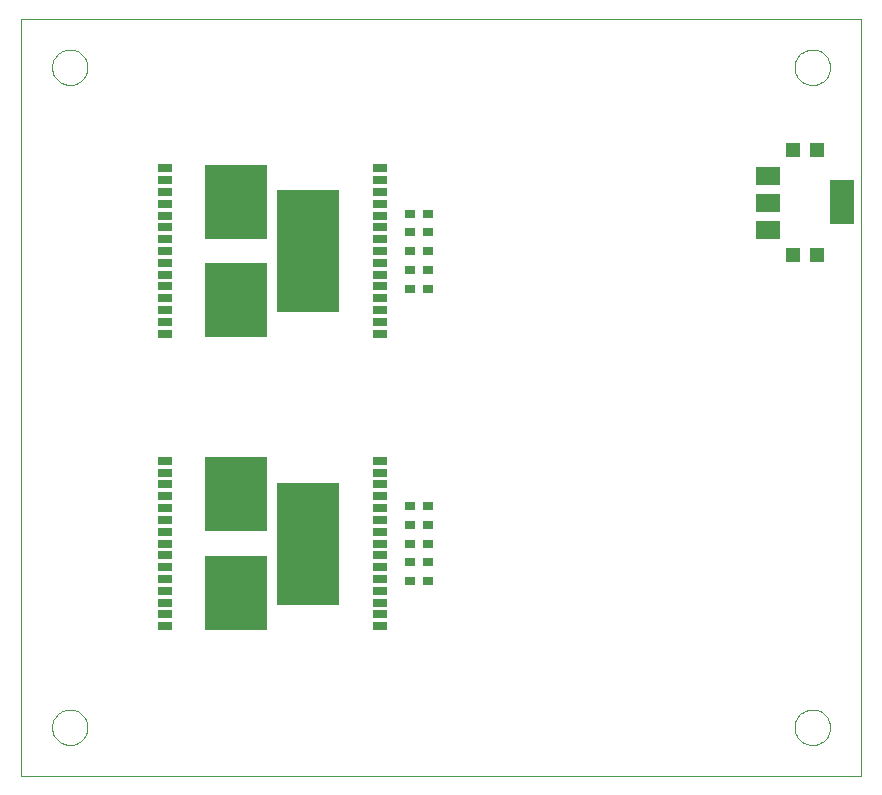
<source format=gtp>
G75*
G70*
%OFA0B0*%
%FSLAX24Y24*%
%IPPOS*%
%LPD*%
%AMOC8*
5,1,8,0,0,1.08239X$1,22.5*
%
%ADD10C,0.0000*%
%ADD11R,0.0512X0.0264*%
%ADD12R,0.2067X0.4055*%
%ADD13R,0.2067X0.2453*%
%ADD14R,0.0790X0.0590*%
%ADD15R,0.0790X0.1500*%
%ADD16R,0.0472X0.0512*%
%ADD17R,0.0354X0.0315*%
D10*
X000180Y000180D02*
X000180Y025425D01*
X028172Y025425D01*
X028172Y000180D01*
X000180Y000180D01*
X001214Y001805D02*
X001216Y001853D01*
X001222Y001901D01*
X001232Y001948D01*
X001245Y001994D01*
X001263Y002039D01*
X001283Y002083D01*
X001308Y002125D01*
X001336Y002164D01*
X001366Y002201D01*
X001400Y002235D01*
X001437Y002267D01*
X001475Y002296D01*
X001516Y002321D01*
X001559Y002343D01*
X001604Y002361D01*
X001650Y002375D01*
X001697Y002386D01*
X001745Y002393D01*
X001793Y002396D01*
X001841Y002395D01*
X001889Y002390D01*
X001937Y002381D01*
X001983Y002369D01*
X002028Y002352D01*
X002072Y002332D01*
X002114Y002309D01*
X002154Y002282D01*
X002192Y002252D01*
X002227Y002219D01*
X002259Y002183D01*
X002289Y002145D01*
X002315Y002104D01*
X002337Y002061D01*
X002357Y002017D01*
X002372Y001972D01*
X002384Y001925D01*
X002392Y001877D01*
X002396Y001829D01*
X002396Y001781D01*
X002392Y001733D01*
X002384Y001685D01*
X002372Y001638D01*
X002357Y001593D01*
X002337Y001549D01*
X002315Y001506D01*
X002289Y001465D01*
X002259Y001427D01*
X002227Y001391D01*
X002192Y001358D01*
X002154Y001328D01*
X002114Y001301D01*
X002072Y001278D01*
X002028Y001258D01*
X001983Y001241D01*
X001937Y001229D01*
X001889Y001220D01*
X001841Y001215D01*
X001793Y001214D01*
X001745Y001217D01*
X001697Y001224D01*
X001650Y001235D01*
X001604Y001249D01*
X001559Y001267D01*
X001516Y001289D01*
X001475Y001314D01*
X001437Y001343D01*
X001400Y001375D01*
X001366Y001409D01*
X001336Y001446D01*
X001308Y001485D01*
X001283Y001527D01*
X001263Y001571D01*
X001245Y001616D01*
X001232Y001662D01*
X001222Y001709D01*
X001216Y001757D01*
X001214Y001805D01*
X001214Y023805D02*
X001216Y023853D01*
X001222Y023901D01*
X001232Y023948D01*
X001245Y023994D01*
X001263Y024039D01*
X001283Y024083D01*
X001308Y024125D01*
X001336Y024164D01*
X001366Y024201D01*
X001400Y024235D01*
X001437Y024267D01*
X001475Y024296D01*
X001516Y024321D01*
X001559Y024343D01*
X001604Y024361D01*
X001650Y024375D01*
X001697Y024386D01*
X001745Y024393D01*
X001793Y024396D01*
X001841Y024395D01*
X001889Y024390D01*
X001937Y024381D01*
X001983Y024369D01*
X002028Y024352D01*
X002072Y024332D01*
X002114Y024309D01*
X002154Y024282D01*
X002192Y024252D01*
X002227Y024219D01*
X002259Y024183D01*
X002289Y024145D01*
X002315Y024104D01*
X002337Y024061D01*
X002357Y024017D01*
X002372Y023972D01*
X002384Y023925D01*
X002392Y023877D01*
X002396Y023829D01*
X002396Y023781D01*
X002392Y023733D01*
X002384Y023685D01*
X002372Y023638D01*
X002357Y023593D01*
X002337Y023549D01*
X002315Y023506D01*
X002289Y023465D01*
X002259Y023427D01*
X002227Y023391D01*
X002192Y023358D01*
X002154Y023328D01*
X002114Y023301D01*
X002072Y023278D01*
X002028Y023258D01*
X001983Y023241D01*
X001937Y023229D01*
X001889Y023220D01*
X001841Y023215D01*
X001793Y023214D01*
X001745Y023217D01*
X001697Y023224D01*
X001650Y023235D01*
X001604Y023249D01*
X001559Y023267D01*
X001516Y023289D01*
X001475Y023314D01*
X001437Y023343D01*
X001400Y023375D01*
X001366Y023409D01*
X001336Y023446D01*
X001308Y023485D01*
X001283Y023527D01*
X001263Y023571D01*
X001245Y023616D01*
X001232Y023662D01*
X001222Y023709D01*
X001216Y023757D01*
X001214Y023805D01*
X025964Y023805D02*
X025966Y023853D01*
X025972Y023901D01*
X025982Y023948D01*
X025995Y023994D01*
X026013Y024039D01*
X026033Y024083D01*
X026058Y024125D01*
X026086Y024164D01*
X026116Y024201D01*
X026150Y024235D01*
X026187Y024267D01*
X026225Y024296D01*
X026266Y024321D01*
X026309Y024343D01*
X026354Y024361D01*
X026400Y024375D01*
X026447Y024386D01*
X026495Y024393D01*
X026543Y024396D01*
X026591Y024395D01*
X026639Y024390D01*
X026687Y024381D01*
X026733Y024369D01*
X026778Y024352D01*
X026822Y024332D01*
X026864Y024309D01*
X026904Y024282D01*
X026942Y024252D01*
X026977Y024219D01*
X027009Y024183D01*
X027039Y024145D01*
X027065Y024104D01*
X027087Y024061D01*
X027107Y024017D01*
X027122Y023972D01*
X027134Y023925D01*
X027142Y023877D01*
X027146Y023829D01*
X027146Y023781D01*
X027142Y023733D01*
X027134Y023685D01*
X027122Y023638D01*
X027107Y023593D01*
X027087Y023549D01*
X027065Y023506D01*
X027039Y023465D01*
X027009Y023427D01*
X026977Y023391D01*
X026942Y023358D01*
X026904Y023328D01*
X026864Y023301D01*
X026822Y023278D01*
X026778Y023258D01*
X026733Y023241D01*
X026687Y023229D01*
X026639Y023220D01*
X026591Y023215D01*
X026543Y023214D01*
X026495Y023217D01*
X026447Y023224D01*
X026400Y023235D01*
X026354Y023249D01*
X026309Y023267D01*
X026266Y023289D01*
X026225Y023314D01*
X026187Y023343D01*
X026150Y023375D01*
X026116Y023409D01*
X026086Y023446D01*
X026058Y023485D01*
X026033Y023527D01*
X026013Y023571D01*
X025995Y023616D01*
X025982Y023662D01*
X025972Y023709D01*
X025966Y023757D01*
X025964Y023805D01*
X025964Y001805D02*
X025966Y001853D01*
X025972Y001901D01*
X025982Y001948D01*
X025995Y001994D01*
X026013Y002039D01*
X026033Y002083D01*
X026058Y002125D01*
X026086Y002164D01*
X026116Y002201D01*
X026150Y002235D01*
X026187Y002267D01*
X026225Y002296D01*
X026266Y002321D01*
X026309Y002343D01*
X026354Y002361D01*
X026400Y002375D01*
X026447Y002386D01*
X026495Y002393D01*
X026543Y002396D01*
X026591Y002395D01*
X026639Y002390D01*
X026687Y002381D01*
X026733Y002369D01*
X026778Y002352D01*
X026822Y002332D01*
X026864Y002309D01*
X026904Y002282D01*
X026942Y002252D01*
X026977Y002219D01*
X027009Y002183D01*
X027039Y002145D01*
X027065Y002104D01*
X027087Y002061D01*
X027107Y002017D01*
X027122Y001972D01*
X027134Y001925D01*
X027142Y001877D01*
X027146Y001829D01*
X027146Y001781D01*
X027142Y001733D01*
X027134Y001685D01*
X027122Y001638D01*
X027107Y001593D01*
X027087Y001549D01*
X027065Y001506D01*
X027039Y001465D01*
X027009Y001427D01*
X026977Y001391D01*
X026942Y001358D01*
X026904Y001328D01*
X026864Y001301D01*
X026822Y001278D01*
X026778Y001258D01*
X026733Y001241D01*
X026687Y001229D01*
X026639Y001220D01*
X026591Y001215D01*
X026543Y001214D01*
X026495Y001217D01*
X026447Y001224D01*
X026400Y001235D01*
X026354Y001249D01*
X026309Y001267D01*
X026266Y001289D01*
X026225Y001314D01*
X026187Y001343D01*
X026150Y001375D01*
X026116Y001409D01*
X026086Y001446D01*
X026058Y001485D01*
X026033Y001527D01*
X026013Y001571D01*
X025995Y001616D01*
X025982Y001662D01*
X025972Y001709D01*
X025966Y001757D01*
X025964Y001805D01*
D11*
X012138Y005174D03*
X012138Y005568D03*
X012138Y005961D03*
X012138Y006355D03*
X012138Y006749D03*
X012138Y007143D03*
X012138Y007536D03*
X012138Y007930D03*
X012138Y008324D03*
X012138Y008717D03*
X012138Y009111D03*
X012138Y009505D03*
X012138Y009899D03*
X012138Y010292D03*
X012138Y010686D03*
X012138Y014924D03*
X012138Y015318D03*
X012138Y015711D03*
X012138Y016105D03*
X012138Y016499D03*
X012138Y016893D03*
X012138Y017286D03*
X012138Y017680D03*
X012138Y018074D03*
X012138Y018467D03*
X012138Y018861D03*
X012138Y019255D03*
X012138Y019649D03*
X012138Y020042D03*
X012138Y020436D03*
X004972Y020436D03*
X004972Y020042D03*
X004972Y019649D03*
X004972Y019255D03*
X004972Y018861D03*
X004972Y018467D03*
X004972Y018074D03*
X004972Y017680D03*
X004972Y017286D03*
X004972Y016893D03*
X004972Y016499D03*
X004972Y016105D03*
X004972Y015711D03*
X004972Y015318D03*
X004972Y014924D03*
X004972Y010686D03*
X004972Y010292D03*
X004972Y009899D03*
X004972Y009505D03*
X004972Y009111D03*
X004972Y008717D03*
X004972Y008324D03*
X004972Y007930D03*
X004972Y007536D03*
X004972Y007143D03*
X004972Y006749D03*
X004972Y006355D03*
X004972Y005961D03*
X004972Y005568D03*
X004972Y005174D03*
D12*
X009756Y007930D03*
X009756Y017680D03*
D13*
X007354Y016040D03*
X007354Y019320D03*
X007354Y009570D03*
X007354Y006290D03*
D14*
X025065Y018395D03*
X025065Y019295D03*
X025065Y020195D03*
D15*
X027545Y019305D03*
D16*
X026705Y021055D03*
X025905Y021055D03*
X025905Y017555D03*
X026705Y017555D03*
D17*
X013730Y017680D03*
X013130Y017680D03*
X013130Y017055D03*
X013730Y017055D03*
X013730Y016430D03*
X013130Y016430D03*
X013130Y018305D03*
X013730Y018305D03*
X013730Y018930D03*
X013130Y018930D03*
X013130Y009180D03*
X013730Y009180D03*
X013730Y008555D03*
X013130Y008555D03*
X013130Y007930D03*
X013730Y007930D03*
X013730Y007305D03*
X013130Y007305D03*
X013130Y006680D03*
X013730Y006680D03*
M02*

</source>
